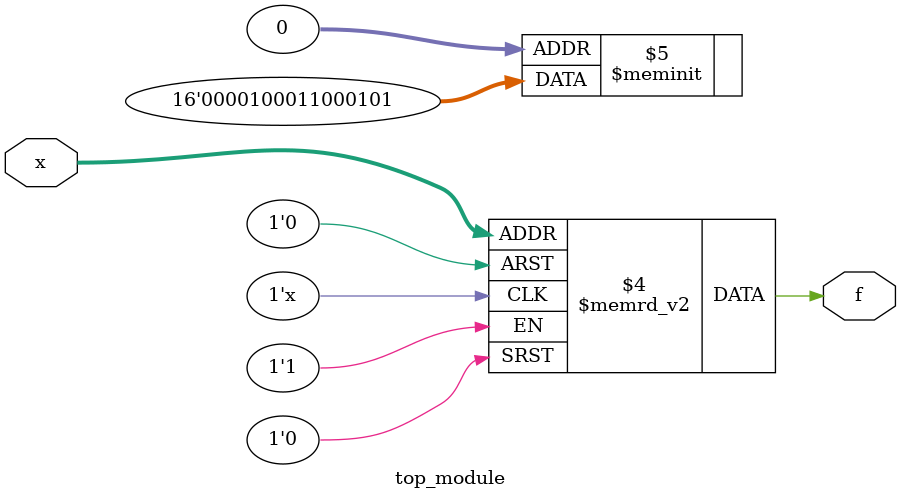
<source format=sv>
module top_module (
    input [4:1] x,
    output logic f
);

always_comb begin
    case (x)
        4'b0000: f = 1'b1; 
        4'b0001: f = 1'b0;
        4'b0011: f = 1'b0;
        4'b0010: f = 1'b1;
        4'b0110: f = 1'b1;
        4'b0111: f = 1'b1; 
        4'b1011: f = 1'b1;
        4'b1010: f = 1'b0;
        default: f = 1'b0;
    endcase
end

endmodule

</source>
